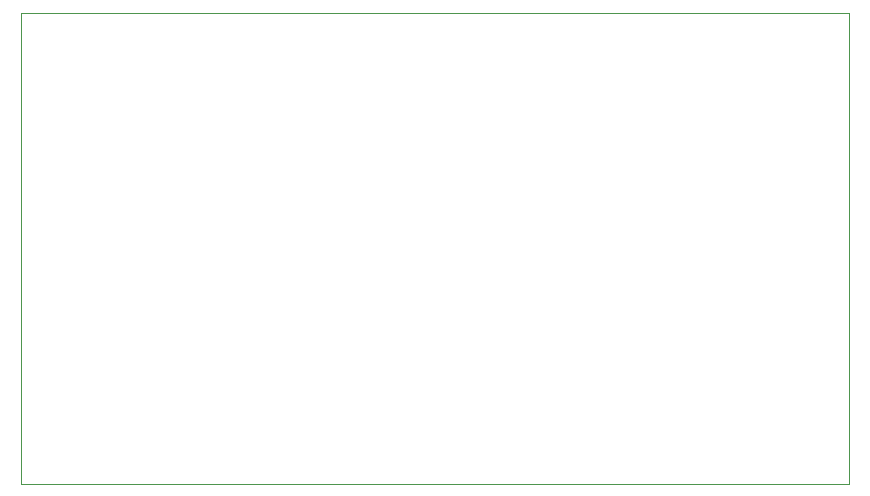
<source format=gbr>
%TF.GenerationSoftware,KiCad,Pcbnew,(6.0.9)*%
%TF.CreationDate,2022-12-07T15:32:04-05:00*%
%TF.ProjectId,CurrentSense_PS,43757272-656e-4745-9365-6e73655f5053,rev?*%
%TF.SameCoordinates,Original*%
%TF.FileFunction,Profile,NP*%
%FSLAX46Y46*%
G04 Gerber Fmt 4.6, Leading zero omitted, Abs format (unit mm)*
G04 Created by KiCad (PCBNEW (6.0.9)) date 2022-12-07 15:32:04*
%MOMM*%
%LPD*%
G01*
G04 APERTURE LIST*
%TA.AperFunction,Profile*%
%ADD10C,0.100000*%
%TD*%
G04 APERTURE END LIST*
D10*
X58166000Y-60960000D02*
X128270000Y-60960000D01*
X128270000Y-60960000D02*
X128270000Y-100838000D01*
X128270000Y-100838000D02*
X58166000Y-100838000D01*
X58166000Y-100838000D02*
X58166000Y-60960000D01*
M02*

</source>
